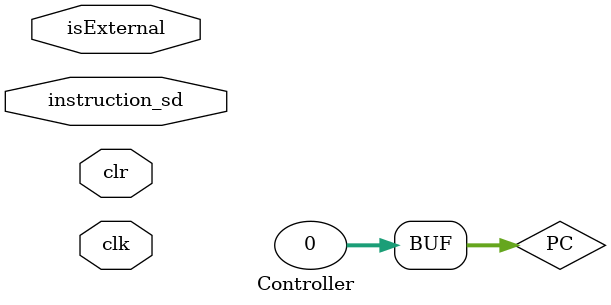
<source format=sv>
`timescale 1ns / 1ps


module Controller(
    input logic clk,
    input logic clr,
    input logic [11:0] instruction_sd,
    input logic isExternal
    );
    
    reg [11:0] instruction_rd;
    wire [11:0] instruction_md;
    int PC = 0; // temp
    
    InstructionMemory instractionmemory(clk,clr,!isExternal, instruction_sd, PC, instruction_md);
    
    always_ff@(posedge clk) begin
        if(clr) begin
            instruction_rd <= 0;
        end
        else if(isExternal) begin
            instruction_rd <= instruction_sd;
        end
        else if(!isExternal) begin
            instruction_rd <= instruction_md;
        end
    end
    
endmodule

</source>
